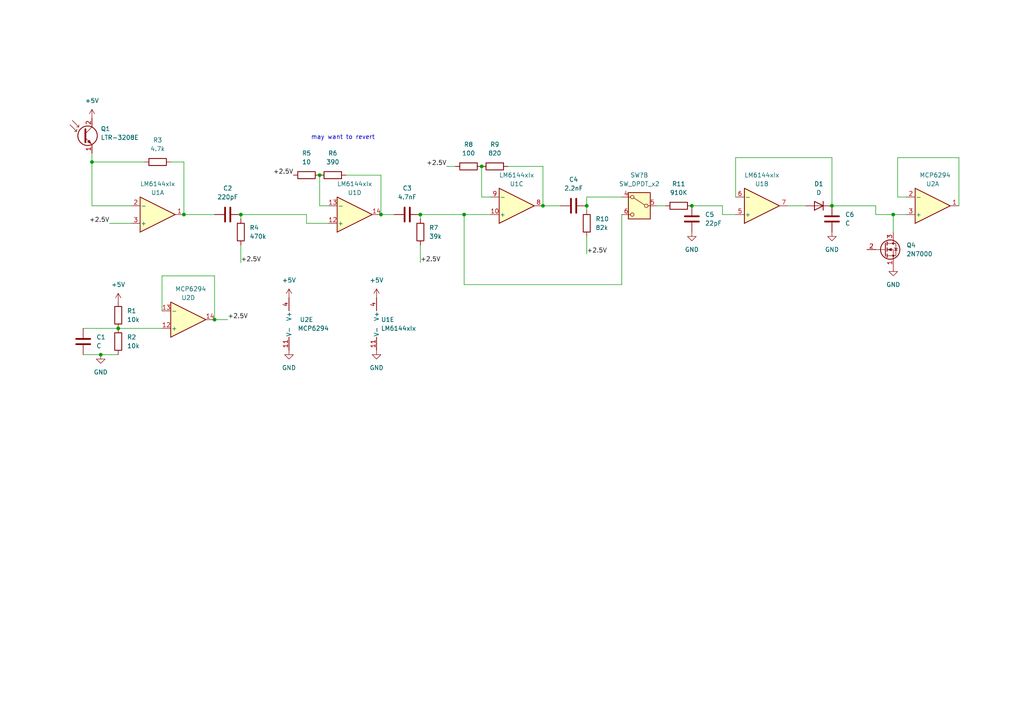
<source format=kicad_sch>
(kicad_sch (version 20230121) (generator eeschema)
  (paper "A4")
  (lib_symbols
    (symbol "Amplifier_Operational:LM6144xIx" (pin_names (offset 0.127))
      (property "Reference" "U" (at 0 5.08 0))
      (property "Value" "LM6144xIx" (at 0 -5.08 0))
      (symbol "LM6144xIx_1_1"
        (polyline (pts (xy -5.08 5.08) (xy 5.08 0) (xy -5.08 -5.08) (xy -5.08 5.08)) (stroke (width 0.254)) (fill (type background)))
        (pin output line (at 7.62 0 180) (length 2.54) (name "~") (number "1"))
        (pin input line (at -7.62 -2.54 0) (length 2.54) (name "-") (number "2"))
        (pin input line (at -7.62 2.54 0) (length 2.54) (name "+") (number "3"))
      )
      (symbol "LM6144xIx_2_1"
        (polyline (pts (xy -5.08 5.08) (xy 5.08 0) (xy -5.08 -5.08) (xy -5.08 5.08)) (stroke (width 0.254)) (fill (type background)))
        (pin input line (at -7.62 2.54 0) (length 2.54) (name "+") (number "5"))
        (pin input line (at -7.62 -2.54 0) (length 2.54) (name "-") (number "6"))
        (pin output line (at 7.62 0 180) (length 2.54) (name "~") (number "7"))
      )
      (symbol "LM6144xIx_3_1"
        (polyline (pts (xy -5.08 5.08) (xy 5.08 0) (xy -5.08 -5.08) (xy -5.08 5.08)) (stroke (width 0.254)) (fill (type background)))
        (pin input line (at -7.62 2.54 0) (length 2.54) (name "+") (number "10"))
        (pin output line (at 7.62 0 180) (length 2.54) (name "~") (number "8"))
        (pin input line (at -7.62 -2.54 0) (length 2.54) (name "-") (number "9"))
      )
      (symbol "LM6144xIx_4_1"
        (polyline (pts (xy -5.08 5.08) (xy 5.08 0) (xy -5.08 -5.08) (xy -5.08 5.08)) (stroke (width 0.254)) (fill (type background)))
        (pin input line (at -7.62 2.54 0) (length 2.54) (name "+") (number "12"))
        (pin input line (at -7.62 -2.54 0) (length 2.54) (name "-") (number "13"))
        (pin output line (at 7.62 0 180) (length 2.54) (name "~") (number "14"))
      )
      (symbol "LM6144xIx_5_1"
        (pin power_in line (at -2.54 -7.62 90) (length 3.81) (name "V-") (number "11"))
        (pin power_in line (at -2.54 7.62 270) (length 3.81) (name "V+") (number "4"))
      )
    )
    (symbol "Amplifier_Operational:MCP6294" (pin_names (offset 0.127))
      (property "Reference" "U" (at 0 5.08 0))
      (property "Value" "MCP6294" (at 0 -5.08 0))
      (symbol "MCP6294_1_1"
        (polyline (pts (xy -5.08 5.08) (xy 5.08 0) (xy -5.08 -5.08) (xy -5.08 5.08)) (stroke (width 0.254)) (fill (type background)))
        (pin output line (at 7.62 0 180) (length 2.54) (name "~") (number "1"))
        (pin input line (at -7.62 -2.54 0) (length 2.54) (name "-") (number "2"))
        (pin input line (at -7.62 2.54 0) (length 2.54) (name "+") (number "3"))
      )
      (symbol "MCP6294_2_1"
        (polyline (pts (xy -5.08 5.08) (xy 5.08 0) (xy -5.08 -5.08) (xy -5.08 5.08)) (stroke (width 0.254)) (fill (type background)))
        (pin input line (at -7.62 2.54 0) (length 2.54) (name "+") (number "5"))
        (pin input line (at -7.62 -2.54 0) (length 2.54) (name "-") (number "6"))
        (pin output line (at 7.62 0 180) (length 2.54) (name "~") (number "7"))
      )
      (symbol "MCP6294_3_1"
        (polyline (pts (xy -5.08 5.08) (xy 5.08 0) (xy -5.08 -5.08) (xy -5.08 5.08)) (stroke (width 0.254)) (fill (type background)))
        (pin input line (at -7.62 2.54 0) (length 2.54) (name "+") (number "10"))
        (pin output line (at 7.62 0 180) (length 2.54) (name "~") (number "8"))
        (pin input line (at -7.62 -2.54 0) (length 2.54) (name "-") (number "9"))
      )
      (symbol "MCP6294_4_1"
        (polyline (pts (xy -5.08 5.08) (xy 5.08 0) (xy -5.08 -5.08) (xy -5.08 5.08)) (stroke (width 0.254)) (fill (type background)))
        (pin input line (at -7.62 2.54 0) (length 2.54) (name "+") (number "12"))
        (pin input line (at -7.62 -2.54 0) (length 2.54) (name "-") (number "13"))
        (pin output line (at 7.62 0 180) (length 2.54) (name "~") (number "14"))
      )
      (symbol "MCP6294_5_1"
        (pin power_in line (at -2.54 -7.62 90) (length 3.81) (name "V-") (number "11"))
        (pin power_in line (at -2.54 7.62 270) (length 3.81) (name "V+") (number "4"))
      )
    )
    (symbol "Device:C" (pin_numbers hide) (pin_names (offset 0.254))
      (property "Reference" "C" (at 0.635 2.54 0))
      (property "Value" "C" (at 0.635 -2.54 0))
      (symbol "C_0_1"
        (polyline (pts (xy -2.032 -0.762) (xy 2.032 -0.762)) (stroke (width 0.508)))
        (polyline (pts (xy -2.032 0.762) (xy 2.032 0.762)) (stroke (width 0.508)))
      )
      (symbol "C_1_1"
        (pin passive line (at 0 3.81 270) (length 2.794) (name "~") (number "1"))
        (pin passive line (at 0 -3.81 90) (length 2.794) (name "~") (number "2"))
      )
    )
    (symbol "Device:D" (pin_numbers hide) (pin_names (offset 1.016) hide)
      (property "Reference" "D" (at 0 2.54 0))
      (property "Value" "D" (at 0 -2.54 0))
      (symbol "D_0_1"
        (polyline (pts (xy -1.27 1.27) (xy -1.27 -1.27)) (stroke (width 0.254)))
        (polyline (pts (xy 1.27 0) (xy -1.27 0)))
        (polyline (pts (xy 1.27 1.27) (xy 1.27 -1.27) (xy -1.27 0) (xy 1.27 1.27)) (stroke (width 0.254)))
      )
      (symbol "D_1_1"
        (pin passive line (at -3.81 0 0) (length 2.54) (name "K") (number "1"))
        (pin passive line (at 3.81 0 180) (length 2.54) (name "A") (number "2"))
      )
    )
    (symbol "Device:Q_Photo_NPN_EC" (pin_names (offset 0) hide)
      (property "Reference" "Q" (at 5.08 1.27 0))
      (property "Value" "Q_Photo_NPN_EC" (at 5.08 -1.27 0))
      (symbol "Q_Photo_NPN_EC_0_1"
        (polyline (pts (xy -1.905 1.27) (xy -2.54 1.27)))
        (polyline (pts (xy -1.27 2.54) (xy -1.905 2.54)))
        (polyline (pts (xy 0.635 0.635) (xy 2.54 2.54)))
        (polyline (pts (xy -3.81 3.175) (xy -1.905 1.27) (xy -1.905 1.905)))
        (polyline (pts (xy -3.175 4.445) (xy -1.27 2.54) (xy -1.27 3.175)))
        (polyline (pts (xy 0.635 -0.635) (xy 2.54 -2.54) (xy 2.54 -2.54)))
        (polyline (pts (xy 0.635 1.905) (xy 0.635 -1.905) (xy 0.635 -1.905)) (stroke (width 0.508)))
        (polyline (pts (xy 1.27 -1.778) (xy 1.778 -1.27) (xy 2.286 -2.286) (xy 1.27 -1.778) (xy 1.27 -1.778)) (fill (type outline)))
        (circle (center 1.27 0) (radius 2.8194) (stroke (width 0.254)))
      )
      (symbol "Q_Photo_NPN_EC_1_1"
        (pin passive line (at 2.54 -5.08 90) (length 2.54) (name "E") (number "1"))
        (pin passive line (at 2.54 5.08 270) (length 2.54) (name "C") (number "2"))
      )
    )
    (symbol "Device:R" (pin_numbers hide) (pin_names (offset 0))
      (property "Reference" "R" (at 2.032 0 90))
      (property "Value" "R" (at 0 0 90))
      (symbol "R_0_1"
        (rectangle (start -1.016 -2.54) (end 1.016 2.54) (stroke (width 0.254)))
      )
      (symbol "R_1_1"
        (pin passive line (at 0 3.81 270) (length 1.27) (name "~") (number "1"))
        (pin passive line (at 0 -3.81 90) (length 1.27) (name "~") (number "2"))
      )
    )
    (symbol "Switch:SW_DPDT_x2" (pin_names (offset 0) hide)
      (property "Reference" "SW" (at 0 5.08 0))
      (property "Value" "SW_DPDT_x2" (at 0 -5.08 0))
      (symbol "SW_DPDT_x2_0_0"
        (circle (center -2.032 0) (radius 0.508))
        (circle (center 2.032 -2.54) (radius 0.508))
      )
      (symbol "SW_DPDT_x2_0_1"
        (rectangle (start -3.175 3.81) (end 3.175 -3.81) (stroke (width 0.254)) (fill (type background)))
        (polyline (pts (xy -1.524 0.254) (xy 1.5748 2.286)))
        (circle (center 2.032 2.54) (radius 0.508))
      )
      (symbol "SW_DPDT_x2_1_1"
        (pin passive line (at 5.08 2.54 180) (length 2.54) (name "A") (number "1"))
        (pin passive line (at -5.08 0 0) (length 2.54) (name "B") (number "2"))
        (pin passive line (at 5.08 -2.54 180) (length 2.54) (name "C") (number "3"))
      )
      (symbol "SW_DPDT_x2_2_1"
        (pin passive line (at 5.08 2.54 180) (length 2.54) (name "A") (number "4"))
        (pin passive line (at -5.08 0 0) (length 2.54) (name "B") (number "5"))
        (pin passive line (at 5.08 -2.54 180) (length 2.54) (name "C") (number "6"))
      )
    )
    (symbol "Transistor_FET:2N7000" (pin_names hide)
      (property "Reference" "Q" (at 5.08 1.905 0))
      (property "Value" "2N7000" (at 5.08 0 0))
      (symbol "2N7000_0_1"
        (polyline (pts (xy 0.254 0) (xy -2.54 0)))
        (polyline (pts (xy 0.254 1.905) (xy 0.254 -1.905)) (stroke (width 0.254)))
        (polyline (pts (xy 0.762 -1.27) (xy 0.762 -2.286)) (stroke (width 0.254)))
        (polyline (pts (xy 0.762 0.508) (xy 0.762 -0.508)) (stroke (width 0.254)))
        (polyline (pts (xy 0.762 2.286) (xy 0.762 1.27)) (stroke (width 0.254)))
        (polyline (pts (xy 2.54 2.54) (xy 2.54 1.778)))
        (polyline (pts (xy 2.54 -2.54) (xy 2.54 0) (xy 0.762 0)))
        (polyline (pts (xy 0.762 -1.778) (xy 3.302 -1.778) (xy 3.302 1.778) (xy 0.762 1.778)))
        (polyline (pts (xy 1.016 0) (xy 2.032 0.381) (xy 2.032 -0.381) (xy 1.016 0)) (fill (type outline)))
        (polyline (pts (xy 2.794 0.508) (xy 2.921 0.381) (xy 3.683 0.381) (xy 3.81 0.254)))
        (polyline (pts (xy 3.302 0.381) (xy 2.921 -0.254) (xy 3.683 -0.254) (xy 3.302 0.381)))
        (circle (center 1.651 0) (radius 2.794) (stroke (width 0.254)))
        (circle (center 2.54 -1.778) (radius 0.254) (fill (type outline)))
        (circle (center 2.54 1.778) (radius 0.254) (fill (type outline)))
      )
      (symbol "2N7000_1_1"
        (pin passive line (at 2.54 -5.08 90) (length 2.54) (name "S") (number "1"))
        (pin input line (at -5.08 0 0) (length 2.54) (name "G") (number "2"))
        (pin passive line (at 2.54 5.08 270) (length 2.54) (name "D") (number "3"))
      )
    )
    (symbol "power:+5V" (power) (pin_names (offset 0))
      (property "Value" "+5V" (at 0 3.556 0))
      (symbol "+5V_0_1"
        (polyline (pts (xy -0.762 1.27) (xy 0 2.54)))
        (polyline (pts (xy 0 0) (xy 0 2.54)))
        (polyline (pts (xy 0 2.54) (xy 0.762 1.27)))
      )
      (symbol "+5V_1_1"
        (pin power_in line (at 0 0 90) (length 0) hide (name "+5V") (number "1"))
      )
    )
    (symbol "power:GND" (power) (pin_names (offset 0))
      (property "Value" "GND" (at 0 -3.81 0))
      (symbol "GND_0_1"
        (polyline (pts (xy 0 0) (xy 0 -1.27) (xy 1.27 -1.27) (xy 0 -2.54) (xy -1.27 -1.27) (xy 0 -1.27)))
      )
      (symbol "GND_1_1"
        (pin power_in line (at 0 0 270) (length 0) hide (name "GND") (number "1"))
      )
    )
  )
  (junction (at 259.08 62.23))
  (junction (at 139.7 48.26))
  (junction (at 92.71 50.8))
  (junction (at 29.21 102.87))
  (junction (at 110.49 62.23))
  (junction (at 170.18 59.69))
  (junction (at 69.85 62.23))
  (junction (at 134.62 62.23))
  (junction (at 26.67 46.99))
  (junction (at 241.3 59.69))
  (junction (at 62.23 92.71))
  (junction (at 157.48 59.69))
  (junction (at 34.29 95.25))
  (junction (at 121.92 62.23))
  (junction (at 200.66 59.69))
  (junction (at 53.34 62.23))
  (wire (pts (xy 69.85 71.12) (xy 69.85 76.2)))
  (wire (pts (xy 170.18 59.69) (xy 170.18 60.96)))
  (wire (pts (xy 110.49 50.8) (xy 110.49 62.23)))
  (wire (pts (xy 26.67 59.69) (xy 38.1 59.69)))
  (wire (pts (xy 228.6 59.69) (xy 233.68 59.69)))
  (wire (pts (xy 170.18 68.58) (xy 170.18 73.66)))
  (wire (pts (xy 49.53 46.99) (xy 53.34 46.99)))
  (wire (pts (xy 46.99 80.01) (xy 46.99 90.17)))
  (wire (pts (xy 121.92 62.23) (xy 134.62 62.23)))
  (wire (pts (xy 260.35 57.15) (xy 260.35 45.72)))
  (wire (pts (xy 53.34 46.99) (xy 53.34 62.23)))
  (wire (pts (xy 24.13 102.87) (xy 29.21 102.87)))
  (wire (pts (xy 147.32 48.26) (xy 157.48 48.26)))
  (wire (pts (xy 262.89 57.15) (xy 260.35 57.15)))
  (wire (pts (xy 29.21 102.87) (xy 34.29 102.87)))
  (wire (pts (xy 114.3 62.23) (xy 110.49 62.23)))
  (wire (pts (xy 26.67 46.99) (xy 41.91 46.99)))
  (wire (pts (xy 31.75 64.77) (xy 38.1 64.77)))
  (wire (pts (xy 180.34 57.15) (xy 170.18 57.15)))
  (wire (pts (xy 24.13 95.25) (xy 34.29 95.25)))
  (wire (pts (xy 100.33 50.8) (xy 110.49 50.8)))
  (wire (pts (xy 170.18 57.15) (xy 170.18 59.69)))
  (wire (pts (xy 260.35 45.72) (xy 278.13 45.72)))
  (wire (pts (xy 157.48 48.26) (xy 157.48 59.69)))
  (wire (pts (xy 62.23 92.71) (xy 66.04 92.71)))
  (wire (pts (xy 278.13 45.72) (xy 278.13 59.69)))
  (wire (pts (xy 62.23 80.01) (xy 62.23 92.71)))
  (wire (pts (xy 139.7 57.15) (xy 142.24 57.15)))
  (wire (pts (xy 209.55 59.69) (xy 209.55 62.23)))
  (wire (pts (xy 259.08 62.23) (xy 262.89 62.23)))
  (wire (pts (xy 134.62 62.23) (xy 142.24 62.23)))
  (wire (pts (xy 190.5 59.69) (xy 193.04 59.69)))
  (wire (pts (xy 241.3 59.69) (xy 254 59.69)))
  (wire (pts (xy 121.92 71.12) (xy 121.92 76.2)))
  (wire (pts (xy 26.67 44.45) (xy 26.67 46.99)))
  (wire (pts (xy 213.36 45.72) (xy 241.3 45.72)))
  (wire (pts (xy 254 62.23) (xy 259.08 62.23)))
  (wire (pts (xy 213.36 45.72) (xy 213.36 57.15)))
  (wire (pts (xy 46.99 95.25) (xy 34.29 95.25)))
  (wire (pts (xy 121.92 62.23) (xy 121.92 63.5)))
  (wire (pts (xy 69.85 62.23) (xy 88.9 62.23)))
  (wire (pts (xy 88.9 62.23) (xy 88.9 64.77)))
  (wire (pts (xy 241.3 45.72) (xy 241.3 59.69)))
  (wire (pts (xy 92.71 59.69) (xy 92.71 50.8)))
  (wire (pts (xy 69.85 62.23) (xy 69.85 63.5)))
  (wire (pts (xy 132.08 48.26) (xy 129.54 48.26)))
  (wire (pts (xy 157.48 59.69) (xy 162.56 59.69)))
  (wire (pts (xy 180.34 62.23) (xy 180.34 82.55)))
  (wire (pts (xy 134.62 82.55) (xy 180.34 82.55)))
  (wire (pts (xy 209.55 59.69) (xy 200.66 59.69)))
  (wire (pts (xy 53.34 62.23) (xy 62.23 62.23)))
  (wire (pts (xy 88.9 64.77) (xy 95.25 64.77)))
  (wire (pts (xy 26.67 46.99) (xy 26.67 59.69)))
  (wire (pts (xy 134.62 62.23) (xy 134.62 82.55)))
  (wire (pts (xy 209.55 62.23) (xy 213.36 62.23)))
  (wire (pts (xy 259.08 62.23) (xy 259.08 67.31)))
  (wire (pts (xy 254 59.69) (xy 254 62.23)))
  (wire (pts (xy 139.7 57.15) (xy 139.7 48.26)))
  (wire (pts (xy 92.71 59.69) (xy 95.25 59.69)))
  (wire (pts (xy 46.99 80.01) (xy 62.23 80.01)))
  (text "may want to revert\n" (at 90.17 40.64 0) (effects (font (size 1.27 1.27)) (justify left bottom)))
  (label "+2.5V" (at 66.04 92.71 0))
  (label "+2.5V" (at 85.09 50.8 180))
  (label "+2.5V" (at 121.92 76.2 0))
  (label "+2.5V" (at 31.75 64.77 180))
  (label "+2.5V" (at 69.85 76.2 0))
  (label "+2.5V" (at 129.54 48.26 180))
  (label "+2.5V" (at 170.18 73.66 0))
  (symbol (lib_id "power:+5V") (at 109.22 86.36 0) (unit 1)
    (property "Reference" "#PWR06" (effects hide))
    (property "Value" "+5V" (at 109.22 81.28 0))
  )
  (symbol (lib_id "power:GND") (at 109.22 101.6 0) (unit 1)
    (property "Reference" "#PWR07" (effects hide))
    (property "Value" "GND" (at 109.22 106.68 0))
  )
  (symbol (lib_id "power:+5V") (at 83.82 86.36 0) (unit 1)
    (property "Reference" "#PWR04" (effects hide))
    (property "Value" "+5V" (at 83.82 81.28 0))
  )
  (symbol (lib_id "Switch:SW_DPDT_x2") (at 185.42 59.69 0) (mirror y) (unit 2)
    (property "Reference" "SW?" (at 185.42 50.8 0))
    (property "Value" "SW_DPDT_x2" (at 185.42 53.34 0))
  )
  (symbol (lib_id "Device:R") (at 34.29 91.44 0) (unit 1)
    (property "Reference" "R1" (at 36.83 90.17 0) (effects (justify left)))
    (property "Value" "10k" (at 36.83 92.71 0) (effects (justify left)))
    (property "Footprint" "Resistor_THT:R_Axial_DIN0207_L6.3mm_D2.5mm_P10.16mm_Horizontal" (effects hide))
  )
  (symbol (lib_id "Amplifier_Operational:LM6144xIx") (at 220.98 59.69 0) (mirror x) (unit 2)
    (property "Reference" "U1" (at 220.98 53.34 0))
    (property "Value" "LM6144xIx" (at 220.98 50.8 0))
    (property "Footprint" "Package_DIP:DIP-14_W7.62mm" (effects hide))
    (property "Datasheet" "https://www.ti.com/lit/ds/symlink/lm6142.pdf" (effects hide))
  )
  (symbol (lib_id "Device:C") (at 166.37 59.69 90) (unit 1)
    (property "Reference" "C4" (at 166.37 52.07 90))
    (property "Value" "2.2nF" (at 166.37 54.61 90))
    (property "Footprint" "Capacitor_THT:C_Disc_D5.0mm_W2.5mm_P5.00mm" (effects hide))
  )
  (symbol (lib_id "Amplifier_Operational:MCP6294") (at 86.36 93.98 0) (unit 5)
    (property "Reference" "U2" (at 88.9 92.71 0))
    (property "Value" "MCP6294" (at 86.36 95.25 0) (effects (justify left)))
    (property "Footprint" "Package_DIP:DIP-14_W7.62mm" (effects hide))
    (property "Datasheet" "http://www.ti.com/lit/ds/symlink/lm2902-n.pdf" (effects hide))
  )
  (symbol (lib_id "Device:R") (at 196.85 59.69 90) (unit 1)
    (property "Reference" "R11" (at 196.85 53.34 90))
    (property "Value" "910K" (at 196.85 55.88 90))
    (property "Footprint" "Resistor_THT:R_Axial_DIN0207_L6.3mm_D2.5mm_P10.16mm_Horizontal" (effects hide))
  )
  (symbol (lib_id "Device:C") (at 200.66 63.5 0) (unit 1)
    (property "Reference" "C5" (at 204.47 62.23 0) (effects (justify left)))
    (property "Value" "22pF" (at 204.47 64.77 0) (effects (justify left)))
    (property "Footprint" "Capacitor_THT:C_Disc_D5.0mm_W2.5mm_P5.00mm" (effects hide))
  )
  (symbol (lib_id "power:GND") (at 259.08 77.47 0) (unit 1)
    (property "Reference" "#PWR010" (effects hide))
    (property "Value" "GND" (at 259.08 82.55 0))
  )
  (symbol (lib_id "Device:R") (at 45.72 46.99 90) (unit 1)
    (property "Reference" "R3" (at 45.72 40.64 90))
    (property "Value" "4.7k" (at 45.72 43.18 90))
    (property "Footprint" "Resistor_THT:R_Axial_DIN0207_L6.3mm_D2.5mm_P10.16mm_Horizontal" (effects hide))
  )
  (symbol (lib_id "Device:R") (at 88.9 50.8 90) (unit 1)
    (property "Reference" "R5" (at 88.9 44.45 90))
    (property "Value" "10" (at 88.9 46.99 90))
    (property "Footprint" "Resistor_THT:R_Axial_DIN0207_L6.3mm_D2.5mm_P10.16mm_Horizontal" (effects hide))
  )
  (symbol (lib_id "Device:R") (at 121.92 67.31 180) (unit 1)
    (property "Reference" "R7" (at 124.46 66.04 0) (effects (justify right)))
    (property "Value" "39k" (at 124.46 68.58 0) (effects (justify right)))
    (property "Footprint" "Resistor_THT:R_Axial_DIN0207_L6.3mm_D2.5mm_P10.16mm_Horizontal" (effects hide))
  )
  (symbol (lib_id "Device:C") (at 241.3 63.5 0) (unit 1)
    (property "Reference" "C6" (at 245.11 62.23 0) (effects (justify left)))
    (property "Value" "C" (at 245.11 64.77 0) (effects (justify left)))
    (property "Footprint" "Capacitor_THT:C_Disc_D5.0mm_W2.5mm_P5.00mm" (effects hide))
  )
  (symbol (lib_id "Device:C") (at 66.04 62.23 90) (unit 1)
    (property "Reference" "C2" (at 66.04 54.61 90))
    (property "Value" "220pF" (at 66.04 57.15 90))
    (property "Footprint" "Capacitor_THT:C_Disc_D5.0mm_W2.5mm_P5.00mm" (effects hide))
  )
  (symbol (lib_id "power:GND") (at 241.3 67.31 0) (unit 1)
    (property "Reference" "#PWR09" (effects hide))
    (property "Value" "GND" (at 241.3 72.39 0))
  )
  (symbol (lib_id "Amplifier_Operational:LM6144xIx") (at 111.76 93.98 0) (unit 5)
    (property "Reference" "U1" (at 110.49 92.71 0) (effects (justify left)))
    (property "Value" "LM6144xIx" (at 110.49 95.25 0) (effects (justify left)))
    (property "Footprint" "Package_DIP:DIP-14_W7.62mm" (effects hide))
    (property "Datasheet" "https://www.ti.com/lit/ds/symlink/lm6142.pdf" (effects hide))
  )
  (symbol (lib_id "Transistor_FET:2N7000") (at 256.54 72.39 0) (unit 1)
    (property "Reference" "Q4" (at 262.89 71.12 0) (effects (justify left)))
    (property "Value" "2N7000" (at 262.89 73.66 0) (effects (justify left)))
    (property "Footprint" "Package_TO_SOT_THT:TO-92_Inline" (effects hide))
    (property "Datasheet" "https://www.vishay.com/docs/70226/70226.pdf" (effects hide))
  )
  (symbol (lib_id "Device:Q_Photo_NPN_EC") (at 24.13 39.37 0) (unit 1)
    (property "Reference" "Q1" (at 29.21 37.3507 0) (effects (justify left)))
    (property "Value" "LTR-3208E" (at 29.21 39.8907 0) (effects (justify left)))
    (property "Footprint" "OptoDevice:R_LDR_4.9x4.2mm_P2.54mm_Vertical" (effects hide))
  )
  (symbol (lib_id "power:GND") (at 83.82 101.6 0) (unit 1)
    (property "Reference" "#PWR05" (effects hide))
    (property "Value" "GND" (at 83.82 106.68 0))
  )
  (symbol (lib_id "power:+5V") (at 26.67 34.29 0) (unit 1)
    (property "Reference" "#PWR01" (effects hide))
    (property "Value" "+5V" (at 26.67 29.21 0))
  )
  (symbol (lib_id "Device:R") (at 96.52 50.8 90) (unit 1)
    (property "Reference" "R6" (at 96.52 44.45 90))
    (property "Value" "390" (at 96.52 46.99 90))
    (property "Footprint" "Resistor_THT:R_Axial_DIN0207_L6.3mm_D2.5mm_P10.16mm_Horizontal" (effects hide))
  )
  (symbol (lib_id "Amplifier_Operational:LM6144xIx") (at 149.86 59.69 0) (mirror x) (unit 3)
    (property "Reference" "U1" (at 149.86 53.34 0))
    (property "Value" "LM6144xIx" (at 149.86 50.8 0))
    (property "Footprint" "Package_DIP:DIP-14_W7.62mm" (effects hide))
    (property "Datasheet" "https://www.ti.com/lit/ds/symlink/lm6142.pdf" (effects hide))
  )
  (symbol (lib_id "Device:R") (at 69.85 67.31 180) (unit 1)
    (property "Reference" "R4" (at 72.39 66.04 0) (effects (justify right)))
    (property "Value" "470k" (at 72.39 68.58 0) (effects (justify right)))
    (property "Footprint" "Resistor_THT:R_Axial_DIN0207_L6.3mm_D2.5mm_P10.16mm_Horizontal" (effects hide))
  )
  (symbol (lib_id "Device:C") (at 118.11 62.23 90) (unit 1)
    (property "Reference" "C3" (at 118.11 54.61 90))
    (property "Value" "4.7nF" (at 118.11 57.15 90))
    (property "Footprint" "Capacitor_THT:C_Disc_D5.0mm_W2.5mm_P5.00mm" (effects hide))
  )
  (symbol (lib_id "Amplifier_Operational:MCP6294") (at 54.61 92.71 0) (mirror x) (unit 4)
    (property "Reference" "U2" (at 54.61 86.36 0))
    (property "Value" "MCP6294" (at 50.8 83.82 0) (effects (justify left)))
    (property "Footprint" "Package_DIP:DIP-14_W7.62mm" (effects hide))
    (property "Datasheet" "http://www.ti.com/lit/ds/symlink/lm2902-n.pdf" (effects hide))
  )
  (symbol (lib_id "Device:R") (at 143.51 48.26 90) (unit 1)
    (property "Reference" "R9" (at 143.51 41.91 90))
    (property "Value" "820" (at 143.51 44.45 90))
    (property "Footprint" "Resistor_THT:R_Axial_DIN0207_L6.3mm_D2.5mm_P10.16mm_Horizontal" (effects hide))
  )
  (symbol (lib_id "Amplifier_Operational:LM6144xIx") (at 45.72 62.23 0) (mirror x) (unit 1)
    (property "Reference" "U1" (at 45.72 55.88 0))
    (property "Value" "LM6144xIx" (at 45.72 53.34 0))
    (property "Footprint" "Package_DIP:DIP-14_W7.62mm" (effects hide))
    (property "Datasheet" "https://www.ti.com/lit/ds/symlink/lm6142.pdf" (effects hide))
  )
  (symbol (lib_id "Device:D") (at 237.49 59.69 180) (unit 1)
    (property "Reference" "D1" (at 237.49 53.34 0))
    (property "Value" "D" (at 237.49 55.88 0))
    (property "Footprint" "Diode_THT:D_T-1_P10.16mm_Horizontal" (effects hide))
    (property "Sim.Device" "D" (effects hide))
    (property "Sim.Pins" "1=K 2=A" (effects hide))
  )
  (symbol (lib_id "Device:C") (at 24.13 99.06 0) (unit 1)
    (property "Reference" "C1" (at 27.94 97.79 0) (effects (justify left)))
    (property "Value" "C" (at 27.94 100.33 0) (effects (justify left)))
    (property "Footprint" "Capacitor_THT:C_Disc_D5.0mm_W2.5mm_P5.00mm" (effects hide))
  )
  (symbol (lib_id "power:+5V") (at 34.29 87.63 0) (unit 1)
    (property "Reference" "#PWR03" (effects hide))
    (property "Value" "+5V" (at 34.29 82.55 0))
  )
  (symbol (lib_id "Device:R") (at 135.89 48.26 90) (unit 1)
    (property "Reference" "R8" (at 135.89 41.91 90))
    (property "Value" "100" (at 135.89 44.45 90))
    (property "Footprint" "Resistor_THT:R_Axial_DIN0207_L6.3mm_D2.5mm_P10.16mm_Horizontal" (effects hide))
  )
  (symbol (lib_id "power:GND") (at 200.66 67.31 0) (unit 1)
    (property "Reference" "#PWR08" (effects hide))
    (property "Value" "GND" (at 200.66 72.39 0))
  )
  (symbol (lib_id "Amplifier_Operational:MCP6294") (at 270.51 59.69 0) (mirror x) (unit 1)
    (property "Reference" "U2" (at 270.51 53.34 0))
    (property "Value" "MCP6294" (at 266.7 50.8 0) (effects (justify left)))
    (property "Footprint" "Package_DIP:DIP-14_W7.62mm" (effects hide))
    (property "Datasheet" "http://www.ti.com/lit/ds/symlink/lm2902-n.pdf" (effects hide))
  )
  (symbol (lib_id "Amplifier_Operational:LM6144xIx") (at 102.87 62.23 0) (mirror x) (unit 4)
    (property "Reference" "U1" (at 102.87 55.88 0))
    (property "Value" "LM6144xIx" (at 102.87 53.34 0))
    (property "Footprint" "Package_DIP:DIP-14_W7.62mm" (effects hide))
    (property "Datasheet" "https://www.ti.com/lit/ds/symlink/lm6142.pdf" (effects hide))
  )
  (symbol (lib_id "Device:R") (at 170.18 64.77 180) (unit 1)
    (property "Reference" "R10" (at 172.72 63.5 0) (effects (justify right)))
    (property "Value" "82k" (at 172.72 66.04 0) (effects (justify right)))
    (property "Footprint" "Resistor_THT:R_Axial_DIN0207_L6.3mm_D2.5mm_P10.16mm_Horizontal" (effects hide))
  )
  (symbol (lib_id "power:GND") (at 29.21 102.87 0) (unit 1)
    (property "Reference" "#PWR02" (effects hide))
    (property "Value" "GND" (at 29.21 107.95 0))
  )
  (symbol (lib_id "Device:R") (at 34.29 99.06 0) (unit 1)
    (property "Reference" "R2" (at 36.83 97.79 0) (effects (justify left)))
    (property "Value" "10k" (at 36.83 100.33 0) (effects (justify left)))
    (property "Footprint" "Resistor_THT:R_Axial_DIN0207_L6.3mm_D2.5mm_P10.16mm_Horizontal" (effects hide))
  )
)
</source>
